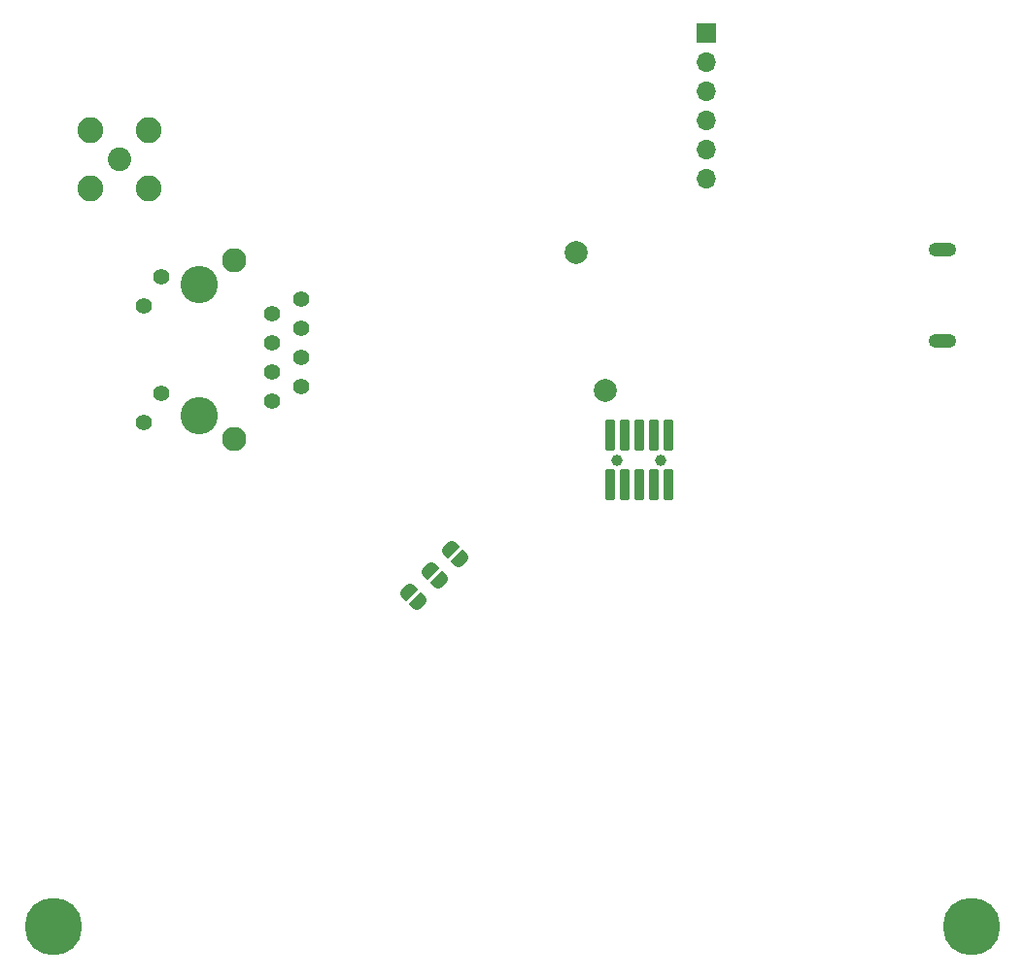
<source format=gbr>
%TF.GenerationSoftware,KiCad,Pcbnew,7.0.1*%
%TF.CreationDate,2023-07-16T00:33:22-07:00*%
%TF.ProjectId,flight_computer_dev_board_rfm98pw,666c6967-6874-45f6-936f-6d7075746572,rev?*%
%TF.SameCoordinates,Original*%
%TF.FileFunction,Soldermask,Bot*%
%TF.FilePolarity,Negative*%
%FSLAX46Y46*%
G04 Gerber Fmt 4.6, Leading zero omitted, Abs format (unit mm)*
G04 Created by KiCad (PCBNEW 7.0.1) date 2023-07-16 00:33:22*
%MOMM*%
%LPD*%
G01*
G04 APERTURE LIST*
G04 Aperture macros list*
%AMRoundRect*
0 Rectangle with rounded corners*
0 $1 Rounding radius*
0 $2 $3 $4 $5 $6 $7 $8 $9 X,Y pos of 4 corners*
0 Add a 4 corners polygon primitive as box body*
4,1,4,$2,$3,$4,$5,$6,$7,$8,$9,$2,$3,0*
0 Add four circle primitives for the rounded corners*
1,1,$1+$1,$2,$3*
1,1,$1+$1,$4,$5*
1,1,$1+$1,$6,$7*
1,1,$1+$1,$8,$9*
0 Add four rect primitives between the rounded corners*
20,1,$1+$1,$2,$3,$4,$5,0*
20,1,$1+$1,$4,$5,$6,$7,0*
20,1,$1+$1,$6,$7,$8,$9,0*
20,1,$1+$1,$8,$9,$2,$3,0*%
%AMFreePoly0*
4,1,19,0.499999,-0.750000,0.000000,-0.750000,0.000000,-0.744912,-0.071157,-0.744911,-0.207708,-0.704816,-0.327430,-0.627875,-0.420627,-0.520320,-0.479746,-0.390866,-0.500000,-0.250000,-0.500000,0.250000,-0.479746,0.390866,-0.420627,0.520320,-0.327430,0.627875,-0.207708,0.704816,-0.071157,0.744911,0.000000,0.744912,0.000000,0.750000,0.499999,0.750000,0.499999,-0.750000,0.499999,-0.750000,
$1*%
%AMFreePoly1*
4,1,19,0.000000,0.744912,0.071157,0.744911,0.207708,0.704816,0.327430,0.627875,0.420627,0.520320,0.479746,0.390866,0.500000,0.250000,0.500000,-0.250000,0.479746,-0.390866,0.420627,-0.520320,0.327430,-0.627875,0.207708,-0.704816,0.071157,-0.744911,0.000000,-0.744912,0.000000,-0.750000,-0.499999,-0.750000,-0.499999,0.750000,0.000000,0.750000,0.000000,0.744912,0.000000,0.744912,
$1*%
G04 Aperture macros list end*
%ADD10C,2.050000*%
%ADD11C,2.250000*%
%ADD12C,5.000000*%
%ADD13C,2.000000*%
%ADD14O,2.416000X1.208000*%
%ADD15R,1.700000X1.700000*%
%ADD16O,1.700000X1.700000*%
%ADD17C,1.000000*%
%ADD18RoundRect,0.050800X0.380000X1.300000X-0.380000X1.300000X-0.380000X-1.300000X0.380000X-1.300000X0*%
%ADD19FreePoly0,135.000000*%
%ADD20FreePoly1,135.000000*%
%ADD21C,3.251200*%
%ADD22C,1.397000*%
%ADD23C,2.108200*%
G04 APERTURE END LIST*
D10*
%TO.C,J6*%
X153170000Y-71210000D03*
D11*
X150630000Y-68670000D03*
X150630000Y-73750000D03*
X155710000Y-68670000D03*
X155710000Y-73750000D03*
%TD*%
D12*
%TO.C,*%
X227414400Y-138100000D03*
%TD*%
%TO.C,*%
X147381083Y-138100000D03*
%TD*%
D13*
%TO.C,TP2*%
X195510000Y-91320000D03*
%TD*%
%TO.C,TP1*%
X192960000Y-79300000D03*
%TD*%
D14*
%TO.C,J8*%
X224920000Y-86970000D03*
X224920000Y-79070000D03*
%TD*%
D15*
%TO.C,J3*%
X204330000Y-60190000D03*
D16*
X204330000Y-62730000D03*
X204330000Y-65270000D03*
X204330000Y-67810000D03*
X204330000Y-70350000D03*
X204330000Y-72890000D03*
%TD*%
D17*
%TO.C,J1*%
X200345000Y-97380000D03*
X196535000Y-97380000D03*
D18*
X200980000Y-99530000D03*
X200980000Y-95230000D03*
X199710000Y-99530000D03*
X199710000Y-95230000D03*
X198440000Y-99530000D03*
X198440000Y-95230000D03*
X197170000Y-99530000D03*
X197170000Y-95230000D03*
X195900000Y-99530000D03*
X195900000Y-95230000D03*
%TD*%
D19*
%TO.C,JP5*%
X179249619Y-109739619D03*
D20*
X178330381Y-108820381D03*
%TD*%
D21*
%TO.C,J5*%
X160150001Y-93500000D03*
X160150001Y-82070000D03*
D22*
X166490001Y-92230000D03*
X169030001Y-90960000D03*
X166490001Y-89690000D03*
X169030001Y-88420000D03*
X166490001Y-87150000D03*
X169030001Y-85880000D03*
X166490001Y-84610000D03*
X169030001Y-83340000D03*
X155250001Y-83999892D03*
X156770000Y-81459892D03*
X156770000Y-91569999D03*
X155250001Y-94109999D03*
D23*
X163200000Y-95560000D03*
X163200000Y-80010000D03*
%TD*%
D19*
%TO.C,JP4*%
X181080000Y-107900000D03*
D20*
X180160762Y-106980762D03*
%TD*%
D19*
%TO.C,JP3*%
X182909619Y-106039619D03*
D20*
X181990381Y-105120381D03*
%TD*%
M02*

</source>
